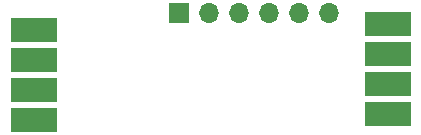
<source format=gbr>
%TF.GenerationSoftware,KiCad,Pcbnew,(5.99.0-12717-g57c7d663b0)*%
%TF.CreationDate,2021-10-08T11:24:07+02:00*%
%TF.ProjectId,capacitance_meter,63617061-6369-4746-916e-63655f6d6574,rev?*%
%TF.SameCoordinates,Original*%
%TF.FileFunction,Soldermask,Bot*%
%TF.FilePolarity,Negative*%
%FSLAX46Y46*%
G04 Gerber Fmt 4.6, Leading zero omitted, Abs format (unit mm)*
G04 Created by KiCad (PCBNEW (5.99.0-12717-g57c7d663b0)) date 2021-10-08 11:24:07*
%MOMM*%
%LPD*%
G01*
G04 APERTURE LIST*
%ADD10R,1.700000X1.700000*%
%ADD11O,1.700000X1.700000*%
%ADD12R,4.000000X2.000000*%
G04 APERTURE END LIST*
D10*
%TO.C,J3*%
X151275000Y-114975000D03*
D11*
X153815000Y-114975000D03*
X156355000Y-114975000D03*
X158895000Y-114975000D03*
X161435000Y-114975000D03*
X163975000Y-114975000D03*
%TD*%
D12*
%TO.C,J1*%
X168999992Y-123540012D03*
X168999992Y-121000012D03*
X168999992Y-118460012D03*
X168999992Y-115920012D03*
%TD*%
%TO.C,J2*%
X139000001Y-116389988D03*
X139000001Y-118929988D03*
X139000001Y-121469988D03*
X139000001Y-124009988D03*
%TD*%
M02*

</source>
